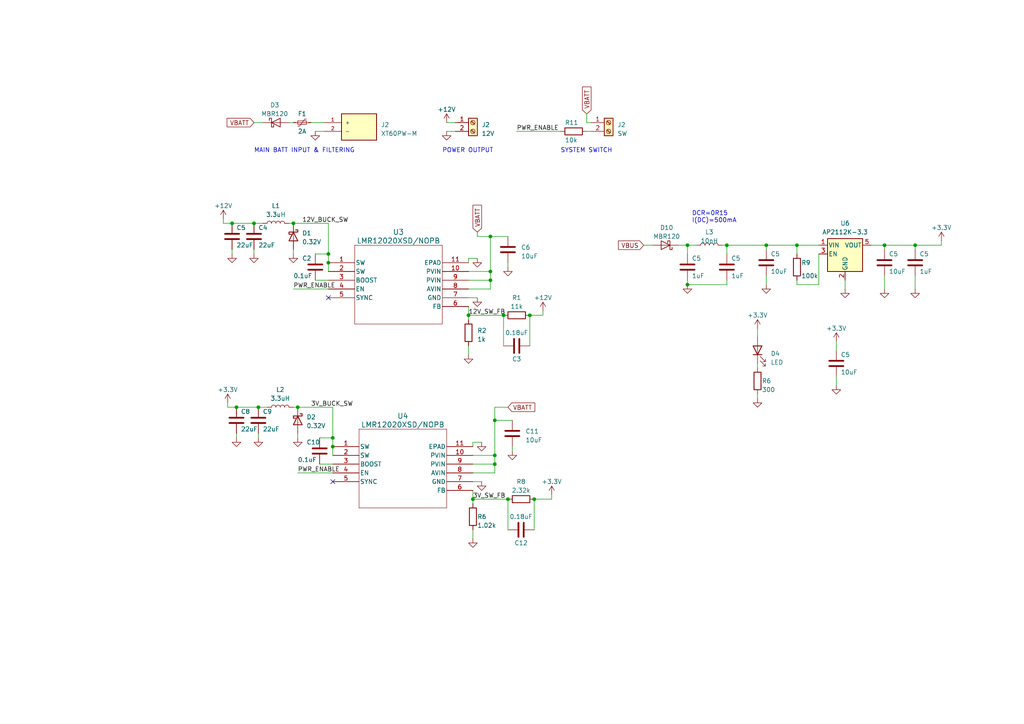
<source format=kicad_sch>
(kicad_sch (version 20230121) (generator eeschema)
  (paper "A4")
  (lib_symbols
    (symbol "2023-05-22_21-04-05:LMR12020XSD_NOPB" (pin_names (offset 0.254))
      (property "Reference" "U" (at 20.32 10.16 0))
      (property "Value" "LMR12020XSD/NOPB" (at 20.32 7.62 0))
      (symbol "LMR12020XSD_NOPB_0_1"
        (polyline (pts (xy 7.62 -17.78) (xy 33.02 -17.78)) (stroke (width 0.127)))
        (polyline (pts (xy 7.62 5.08) (xy 7.62 -17.78)) (stroke (width 0.127)))
        (polyline (pts (xy 33.02 -17.78) (xy 33.02 5.08)) (stroke (width 0.127)))
        (polyline (pts (xy 33.02 5.08) (xy 7.62 5.08)) (stroke (width 0.127)))
        (pin output line (at 0 0 0) (length 7.62) (name "SW") (number "1"))
        (pin input line (at 40.64 -2.54 180) (length 7.62) (name "PVIN") (number "10"))
        (pin unspecified line (at 40.64 0 180) (length 7.62) (name "EPAD") (number "11"))
        (pin output line (at 0 -2.54 0) (length 7.62) (name "SW") (number "2"))
        (pin unspecified line (at 0 -5.08 0) (length 7.62) (name "BOOST") (number "3"))
        (pin input line (at 0 -7.62 0) (length 7.62) (name "EN") (number "4"))
        (pin input line (at 0 -10.16 0) (length 7.62) (name "SYNC") (number "5"))
        (pin output line (at 40.64 -12.7 180) (length 7.62) (name "FB") (number "6"))
        (pin power_in line (at 40.64 -10.16 180) (length 7.62) (name "GND") (number "7"))
        (pin input line (at 40.64 -7.62 180) (length 7.62) (name "AVIN") (number "8"))
        (pin input line (at 40.64 -5.08 180) (length 7.62) (name "PVIN") (number "9"))
      )
    )
    (symbol "Connector:Screw_Terminal_01x02" (pin_names (offset 1.016) hide)
      (property "Reference" "J" (at 0 2.54 0))
      (property "Value" "Screw_Terminal_01x02" (at 0 -5.08 0))
      (symbol "Screw_Terminal_01x02_1_1"
        (rectangle (start -1.27 1.27) (end 1.27 -3.81) (stroke (width 0.254)) (fill (type background)))
        (circle (center 0 -2.54) (radius 0.635) (stroke (width 0.1524)))
        (polyline (pts (xy -0.5334 -2.2098) (xy 0.3302 -3.048)) (stroke (width 0.1524)))
        (polyline (pts (xy -0.5334 0.3302) (xy 0.3302 -0.508)) (stroke (width 0.1524)))
        (polyline (pts (xy -0.3556 -2.032) (xy 0.508 -2.8702)) (stroke (width 0.1524)))
        (polyline (pts (xy -0.3556 0.508) (xy 0.508 -0.3302)) (stroke (width 0.1524)))
        (circle (center 0 0) (radius 0.635) (stroke (width 0.1524)))
        (pin passive line (at -5.08 0 0) (length 3.81) (name "Pin_1") (number "1"))
        (pin passive line (at -5.08 -2.54 0) (length 3.81) (name "Pin_2") (number "2"))
      )
    )
    (symbol "Device:C" (pin_numbers hide) (pin_names (offset 0.254))
      (property "Reference" "C" (at 0.635 2.54 0))
      (property "Value" "C" (at 0.635 -2.54 0))
      (symbol "C_0_1"
        (polyline (pts (xy -2.032 -0.762) (xy 2.032 -0.762)) (stroke (width 0.508)))
        (polyline (pts (xy -2.032 0.762) (xy 2.032 0.762)) (stroke (width 0.508)))
      )
      (symbol "C_1_1"
        (pin passive line (at 0 3.81 270) (length 2.794) (name "~") (number "1"))
        (pin passive line (at 0 -3.81 90) (length 2.794) (name "~") (number "2"))
      )
    )
    (symbol "Device:D_Schottky" (pin_numbers hide) (pin_names (offset 1.016) hide)
      (property "Reference" "D" (at 0 2.54 0))
      (property "Value" "D_Schottky" (at 0 -2.54 0))
      (symbol "D_Schottky_0_1"
        (polyline (pts (xy 1.27 0) (xy -1.27 0)))
        (polyline (pts (xy 1.27 1.27) (xy 1.27 -1.27) (xy -1.27 0) (xy 1.27 1.27)) (stroke (width 0.254)))
        (polyline (pts (xy -1.905 0.635) (xy -1.905 1.27) (xy -1.27 1.27) (xy -1.27 -1.27) (xy -0.635 -1.27) (xy -0.635 -0.635)) (stroke (width 0.254)))
      )
      (symbol "D_Schottky_1_1"
        (pin passive line (at -3.81 0 0) (length 2.54) (name "K") (number "1"))
        (pin passive line (at 3.81 0 180) (length 2.54) (name "A") (number "2"))
      )
    )
    (symbol "Device:L" (pin_numbers hide) (pin_names (offset 1.016) hide)
      (property "Reference" "L" (at -1.27 0 90))
      (property "Value" "L" (at 1.905 0 90))
      (symbol "L_0_1"
        (arc (start 0 -2.54) (mid 0.6323 -1.905) (end 0 -1.27))
        (arc (start 0 -1.27) (mid 0.6323 -0.635) (end 0 0))
        (arc (start 0 0) (mid 0.6323 0.635) (end 0 1.27))
        (arc (start 0 1.27) (mid 0.6323 1.905) (end 0 2.54))
      )
      (symbol "L_1_1"
        (pin passive line (at 0 3.81 270) (length 1.27) (name "1") (number "1"))
        (pin passive line (at 0 -3.81 90) (length 1.27) (name "2") (number "2"))
      )
    )
    (symbol "Device:LED" (pin_numbers hide) (pin_names (offset 1.016) hide)
      (property "Reference" "D" (at 0 2.54 0))
      (property "Value" "LED" (at 0 -2.54 0))
      (symbol "LED_0_1"
        (polyline (pts (xy -1.27 -1.27) (xy -1.27 1.27)) (stroke (width 0.254)))
        (polyline (pts (xy -1.27 0) (xy 1.27 0)))
        (polyline (pts (xy 1.27 -1.27) (xy 1.27 1.27) (xy -1.27 0) (xy 1.27 -1.27)) (stroke (width 0.254)))
        (polyline (pts (xy -3.048 -0.762) (xy -4.572 -2.286) (xy -3.81 -2.286) (xy -4.572 -2.286) (xy -4.572 -1.524)))
        (polyline (pts (xy -1.778 -0.762) (xy -3.302 -2.286) (xy -2.54 -2.286) (xy -3.302 -2.286) (xy -3.302 -1.524)))
      )
      (symbol "LED_1_1"
        (pin passive line (at -3.81 0 0) (length 2.54) (name "K") (number "1"))
        (pin passive line (at 3.81 0 180) (length 2.54) (name "A") (number "2"))
      )
    )
    (symbol "Device:Polyfuse_Small" (pin_numbers hide) (pin_names (offset 0))
      (property "Reference" "F" (at -1.905 0 90))
      (property "Value" "Polyfuse_Small" (at 1.905 0 90))
      (symbol "Polyfuse_Small_0_1"
        (rectangle (start -0.508 1.27) (end 0.508 -1.27))
        (polyline (pts (xy 0 2.54) (xy 0 -2.54)))
        (polyline (pts (xy -1.016 1.27) (xy -1.016 0.762) (xy 1.016 -0.762) (xy 1.016 -1.27)))
      )
      (symbol "Polyfuse_Small_1_1"
        (pin passive line (at 0 2.54 270) (length 0.635) (name "~") (number "1"))
        (pin passive line (at 0 -2.54 90) (length 0.635) (name "~") (number "2"))
      )
    )
    (symbol "Device:R" (pin_numbers hide) (pin_names (offset 0))
      (property "Reference" "R" (at 2.032 0 90))
      (property "Value" "R" (at 0 0 90))
      (symbol "R_0_1"
        (rectangle (start -1.016 -2.54) (end 1.016 2.54) (stroke (width 0.254)))
      )
      (symbol "R_1_1"
        (pin passive line (at 0 3.81 270) (length 1.27) (name "~") (number "1"))
        (pin passive line (at 0 -3.81 90) (length 1.27) (name "~") (number "2"))
      )
    )
    (symbol "Diode:MBR1020VL" (pin_numbers hide) (pin_names hide)
      (property "Reference" "D" (at 0 2.54 0))
      (property "Value" "MBR1020VL" (at 0 -2.54 0))
      (symbol "MBR1020VL_0_1"
        (polyline (pts (xy 1.27 0) (xy -1.27 0)))
        (polyline (pts (xy 1.27 1.27) (xy 1.27 -1.27) (xy -1.27 0) (xy 1.27 1.27)) (stroke (width 0.2032)))
        (polyline (pts (xy -1.905 0.635) (xy -1.905 1.27) (xy -1.27 1.27) (xy -1.27 -1.27) (xy -0.635 -1.27) (xy -0.635 -0.635)) (stroke (width 0.2032)))
      )
      (symbol "MBR1020VL_1_1"
        (pin passive line (at -3.81 0 0) (length 2.54) (name "K") (number "1"))
        (pin passive line (at 3.81 0 180) (length 2.54) (name "A") (number "2"))
      )
    )
    (symbol "Regulator_Linear:AP2112K-3.3" (pin_names (offset 0.254))
      (property "Reference" "U" (at -5.08 5.715 0))
      (property "Value" "AP2112K-3.3" (at 0 5.715 0))
      (symbol "AP2112K-3.3_0_1"
        (rectangle (start -5.08 4.445) (end 5.08 -5.08) (stroke (width 0.254)) (fill (type background)))
      )
      (symbol "AP2112K-3.3_1_1"
        (pin power_in line (at -7.62 2.54 0) (length 2.54) (name "VIN") (number "1"))
        (pin power_in line (at 0 -7.62 90) (length 2.54) (name "GND") (number "2"))
        (pin input line (at -7.62 0 0) (length 2.54) (name "EN") (number "3"))
        (pin no_connect line (at 5.08 0 180) (length 2.54) hide (name "NC") (number "4"))
        (pin power_out line (at 7.62 2.54 180) (length 2.54) (name "VOUT") (number "5"))
      )
    )
    (symbol "XT60PW-M:XT60PW-M" (pin_names (offset 1.016))
      (property "Reference" "J" (at -5.08 5.7234 0))
      (property "Value" "XT60PW-M" (at -5.08 -5.0923 0))
      (symbol "XT60PW-M_0_0"
        (rectangle (start -5.08 -2.54) (end 5.08 5.08) (stroke (width 0.254)) (fill (type background)))
        (pin passive line (at -10.16 2.54 0) (length 5.08) (name "+") (number "1"))
        (pin passive line (at -10.16 0 0) (length 5.08) (name "-") (number "2"))
      )
    )
    (symbol "power:+12V" (power) (pin_names (offset 0))
      (property "Value" "+12V" (at 0 3.556 0))
      (symbol "+12V_0_1"
        (polyline (pts (xy -0.762 1.27) (xy 0 2.54)))
        (polyline (pts (xy 0 0) (xy 0 2.54)))
        (polyline (pts (xy 0 2.54) (xy 0.762 1.27)))
      )
      (symbol "+12V_1_1"
        (pin power_in line (at 0 0 90) (length 0) hide (name "+12V") (number "1"))
      )
    )
    (symbol "power:+3.3V" (power) (pin_names (offset 0))
      (property "Value" "+3.3V" (at 0 3.556 0))
      (symbol "+3.3V_0_1"
        (polyline (pts (xy -0.762 1.27) (xy 0 2.54)))
        (polyline (pts (xy 0 0) (xy 0 2.54)))
        (polyline (pts (xy 0 2.54) (xy 0.762 1.27)))
      )
      (symbol "+3.3V_1_1"
        (pin power_in line (at 0 0 90) (length 0) hide (name "+3.3V") (number "1"))
      )
    )
    (symbol "power:GND" (power) (pin_names (offset 0))
      (property "Value" "GND" (at 0 -3.81 0))
      (symbol "GND_0_1"
        (polyline (pts (xy 0 0) (xy 0 -1.27) (xy 1.27 -1.27) (xy 0 -2.54) (xy -1.27 -1.27) (xy 0 -1.27)))
      )
      (symbol "GND_1_1"
        (pin power_in line (at 0 0 270) (length 0) hide (name "GND") (number "1"))
      )
    )
  )
  (junction (at 142.24 68.58))
  (junction (at 199.39 82.55))
  (junction (at 199.39 71.12))
  (junction (at 153.67 91.44))
  (junction (at 231.14 71.12))
  (junction (at 265.43 71.12))
  (junction (at 73.66 64.77))
  (junction (at 85.09 64.77))
  (junction (at 74.93 118.11))
  (junction (at 147.32 144.78))
  (junction (at 154.94 144.78))
  (junction (at 143.51 121.92))
  (junction (at 142.24 81.28))
  (junction (at 67.31 64.77))
  (junction (at 95.25 76.2))
  (junction (at 135.89 91.44))
  (junction (at 256.54 71.12))
  (junction (at 143.51 134.62))
  (junction (at 96.52 129.54))
  (junction (at 95.25 73.66))
  (junction (at 146.05 91.44))
  (junction (at 210.82 71.12))
  (junction (at 142.24 78.74))
  (junction (at 222.25 71.12))
  (junction (at 143.51 132.08))
  (junction (at 86.36 118.11))
  (junction (at 137.16 144.78))
  (junction (at 68.58 118.11))
  (junction (at 96.52 127))
  (no_connect (at 95.25 86.36))
  (no_connect (at 96.52 139.7))
  (wire (pts (xy 142.24 83.82) (xy 142.24 81.28)))
  (wire (pts (xy 135.89 88.9) (xy 135.89 91.44)))
  (wire (pts (xy 160.02 143.51) (xy 160.02 144.78)))
  (wire (pts (xy 143.51 132.08) (xy 143.51 134.62)))
  (wire (pts (xy 154.94 144.78) (xy 160.02 144.78)))
  (wire (pts (xy 86.36 137.16) (xy 96.52 137.16)))
  (wire (pts (xy 92.71 134.62) (xy 96.52 134.62)))
  (wire (pts (xy 85.09 64.77) (xy 95.25 64.77)))
  (wire (pts (xy 85.09 72.39) (xy 85.09 73.66)))
  (wire (pts (xy 219.71 105.41) (xy 219.71 106.68)))
  (wire (pts (xy 92.71 127) (xy 96.52 127)))
  (wire (pts (xy 219.71 114.3) (xy 219.71 115.57)))
  (wire (pts (xy 91.44 81.28) (xy 95.25 81.28)))
  (wire (pts (xy 135.89 83.82) (xy 142.24 83.82)))
  (wire (pts (xy 67.31 64.77) (xy 73.66 64.77)))
  (wire (pts (xy 85.09 118.11) (xy 86.36 118.11)))
  (wire (pts (xy 209.55 71.12) (xy 210.82 71.12)))
  (wire (pts (xy 146.05 100.33) (xy 146.05 91.44)))
  (wire (pts (xy 64.77 64.77) (xy 64.77 63.5)))
  (wire (pts (xy 74.93 125.73) (xy 74.93 127)))
  (wire (pts (xy 199.39 71.12) (xy 199.39 73.66)))
  (wire (pts (xy 245.11 81.28) (xy 245.11 83.82)))
  (wire (pts (xy 256.54 71.12) (xy 265.43 71.12)))
  (wire (pts (xy 135.89 100.33) (xy 135.89 102.87)))
  (wire (pts (xy 242.57 109.22) (xy 242.57 111.76)))
  (wire (pts (xy 210.82 71.12) (xy 222.25 71.12)))
  (wire (pts (xy 256.54 71.12) (xy 256.54 72.39)))
  (wire (pts (xy 210.82 71.12) (xy 210.82 73.66)))
  (wire (pts (xy 199.39 81.28) (xy 199.39 82.55)))
  (wire (pts (xy 135.89 91.44) (xy 135.89 92.71)))
  (wire (pts (xy 143.51 137.16) (xy 143.51 134.62)))
  (wire (pts (xy 222.25 71.12) (xy 231.14 71.12)))
  (wire (pts (xy 142.24 68.58) (xy 138.43 68.58)))
  (wire (pts (xy 68.58 118.11) (xy 66.04 118.11)))
  (wire (pts (xy 142.24 78.74) (xy 142.24 81.28)))
  (wire (pts (xy 210.82 81.28) (xy 210.82 82.55)))
  (wire (pts (xy 66.04 118.11) (xy 66.04 116.84)))
  (wire (pts (xy 137.16 142.24) (xy 137.16 144.78)))
  (wire (pts (xy 86.36 118.11) (xy 96.52 118.11)))
  (wire (pts (xy 157.48 91.44) (xy 157.48 90.17)))
  (wire (pts (xy 265.43 80.01) (xy 265.43 83.82)))
  (wire (pts (xy 67.31 72.39) (xy 67.31 73.66)))
  (wire (pts (xy 74.93 118.11) (xy 77.47 118.11)))
  (wire (pts (xy 265.43 71.12) (xy 273.05 71.12)))
  (wire (pts (xy 96.52 127) (xy 96.52 118.11)))
  (wire (pts (xy 147.32 76.2) (xy 147.32 77.47)))
  (wire (pts (xy 135.89 78.74) (xy 142.24 78.74)))
  (wire (pts (xy 67.31 64.77) (xy 64.77 64.77)))
  (wire (pts (xy 85.09 83.82) (xy 95.25 83.82)))
  (wire (pts (xy 95.25 76.2) (xy 95.25 73.66)))
  (wire (pts (xy 135.89 81.28) (xy 142.24 81.28)))
  (wire (pts (xy 68.58 125.73) (xy 68.58 127)))
  (wire (pts (xy 86.36 125.73) (xy 86.36 127)))
  (wire (pts (xy 73.66 64.77) (xy 76.2 64.77)))
  (wire (pts (xy 95.25 76.2) (xy 95.25 78.74)))
  (wire (pts (xy 90.17 35.56) (xy 93.98 35.56)))
  (wire (pts (xy 138.43 74.93) (xy 135.89 74.93)))
  (wire (pts (xy 170.18 33.02) (xy 170.18 35.56)))
  (wire (pts (xy 135.89 74.93) (xy 135.89 76.2)))
  (wire (pts (xy 96.52 129.54) (xy 96.52 127)))
  (wire (pts (xy 237.49 82.55) (xy 231.14 82.55)))
  (wire (pts (xy 252.73 71.12) (xy 256.54 71.12)))
  (wire (pts (xy 137.16 132.08) (xy 143.51 132.08)))
  (wire (pts (xy 129.54 38.1) (xy 132.08 38.1)))
  (wire (pts (xy 137.16 134.62) (xy 143.51 134.62)))
  (wire (pts (xy 231.14 71.12) (xy 231.14 73.66)))
  (wire (pts (xy 147.32 153.67) (xy 147.32 144.78)))
  (wire (pts (xy 91.44 73.66) (xy 95.25 73.66)))
  (wire (pts (xy 256.54 80.01) (xy 256.54 83.82)))
  (wire (pts (xy 219.71 95.25) (xy 219.71 97.79)))
  (wire (pts (xy 137.16 153.67) (xy 137.16 156.21)))
  (wire (pts (xy 222.25 71.12) (xy 222.25 72.39)))
  (wire (pts (xy 137.16 144.78) (xy 147.32 144.78)))
  (wire (pts (xy 96.52 129.54) (xy 96.52 132.08)))
  (wire (pts (xy 147.32 68.58) (xy 142.24 68.58)))
  (wire (pts (xy 137.16 139.7) (xy 139.7 139.7)))
  (wire (pts (xy 137.16 128.27) (xy 137.16 129.54)))
  (wire (pts (xy 83.82 64.77) (xy 85.09 64.77)))
  (wire (pts (xy 139.7 128.27) (xy 137.16 128.27)))
  (wire (pts (xy 231.14 82.55) (xy 231.14 81.28)))
  (wire (pts (xy 73.66 35.56) (xy 76.2 35.56)))
  (wire (pts (xy 170.18 35.56) (xy 171.45 35.56)))
  (wire (pts (xy 222.25 80.01) (xy 222.25 82.55)))
  (wire (pts (xy 137.16 144.78) (xy 137.16 146.05)))
  (wire (pts (xy 170.18 38.1) (xy 171.45 38.1)))
  (wire (pts (xy 143.51 121.92) (xy 143.51 132.08)))
  (wire (pts (xy 137.16 137.16) (xy 143.51 137.16)))
  (wire (pts (xy 129.54 35.56) (xy 132.08 35.56)))
  (wire (pts (xy 153.67 91.44) (xy 157.48 91.44)))
  (wire (pts (xy 138.43 68.58) (xy 138.43 67.31)))
  (wire (pts (xy 91.44 38.1) (xy 93.98 38.1)))
  (wire (pts (xy 147.32 118.11) (xy 143.51 118.11)))
  (wire (pts (xy 135.89 86.36) (xy 138.43 86.36)))
  (wire (pts (xy 153.67 91.44) (xy 153.67 100.33)))
  (wire (pts (xy 210.82 82.55) (xy 199.39 82.55)))
  (wire (pts (xy 149.86 38.1) (xy 162.56 38.1)))
  (wire (pts (xy 231.14 71.12) (xy 237.49 71.12)))
  (wire (pts (xy 95.25 73.66) (xy 95.25 64.77)))
  (wire (pts (xy 83.82 35.56) (xy 85.09 35.56)))
  (wire (pts (xy 273.05 69.85) (xy 273.05 71.12)))
  (wire (pts (xy 148.59 129.54) (xy 148.59 130.81)))
  (wire (pts (xy 265.43 71.12) (xy 265.43 72.39)))
  (wire (pts (xy 73.66 72.39) (xy 73.66 73.66)))
  (wire (pts (xy 154.94 144.78) (xy 154.94 153.67)))
  (wire (pts (xy 142.24 68.58) (xy 142.24 78.74)))
  (wire (pts (xy 196.85 71.12) (xy 199.39 71.12)))
  (wire (pts (xy 68.58 118.11) (xy 74.93 118.11)))
  (wire (pts (xy 199.39 71.12) (xy 201.93 71.12)))
  (wire (pts (xy 242.57 99.06) (xy 242.57 101.6)))
  (wire (pts (xy 237.49 73.66) (xy 237.49 82.55)))
  (wire (pts (xy 143.51 118.11) (xy 143.51 121.92)))
  (wire (pts (xy 143.51 121.92) (xy 148.59 121.92)))
  (wire (pts (xy 186.69 71.12) (xy 189.23 71.12)))
  (wire (pts (xy 135.89 91.44) (xy 146.05 91.44)))
  (text "SYSTEM SWITCH" (at 162.56 44.45 0) (effects (font (size 1.27 1.27)) (justify left bottom)))
  (text "MAIN BATT INPUT & FILTERING" (at 73.66 44.45 0) (effects (font (size 1.27 1.27)) (justify left bottom)))
  (text "POWER OUTPUT" (at 128.27 44.45 0) (effects (font (size 1.27 1.27)) (justify left bottom)))
  (text "DCR=0R15\nI(DC)=500mA" (at 200.66 64.77 0) (effects (font (size 1.27 1.27)) (justify left bottom)))
  (label "PWR_ENABLE" (at 86.36 137.16 0))
  (label "PWR_ENABLE" (at 149.86 38.1 0))
  (label "12V_BUCK_SW" (at 87.63 64.77 0))
  (label "3V_SW_FB" (at 137.16 144.78 0))
  (label "3V_BUCK_SW" (at 90.17 118.11 0))
  (label "PWR_ENABLE" (at 85.09 83.82 0))
  (label "12V_SW_FB" (at 135.89 91.44 0))
  (global_label "VBATT" (shape input) (at 73.66 35.56 180) (property "Intersheetrefs" "${INTERSHEET_REFS}" (effects hide)))
  (global_label "VBATT" (shape input) (at 147.32 118.11 0) (property "Intersheetrefs" "${INTERSHEET_REFS}" (effects hide)))
  (global_label "VBATT" (shape input) (at 138.43 67.31 90) (property "Intersheetrefs" "${INTERSHEET_REFS}" (effects hide)))
  (global_label "VBUS" (shape input) (at 186.69 71.12 180) (property "Intersheetrefs" "${INTERSHEET_REFS}" (effects hide)))
  (global_label "VBATT" (shape input) (at 170.18 33.02 90) (property "Intersheetrefs" "${INTERSHEET_REFS}" (effects hide)))
  (symbol (lib_id "Device:C") (at 73.66 68.58 0) (unit 1)
    (property "Reference" "C4" (at 74.93 66.04 0) (effects (justify left)))
    (property "Value" "22uF" (at 74.93 71.12 0) (effects (justify left)))
    (property "Footprint" "Capacitor_SMD:C_1206_3216Metric" (effects hide))
    (property "Part" "GRM32ER71C226KE18L" (effects hide))
  )
  (symbol (lib_id "power:GND") (at 67.31 73.66 0) (unit 1)
    (property "Reference" "#PWR07" (effects hide))
    (property "Value" "GND" (effects hide))
    (instances (project "controller" (path "" (reference "#PWR07") (unit 1)) (path "" (reference "#PWR05") (unit 1))))
  )
  (symbol (lib_id "XT60PW-M:XT60PW-M") (at 104.14 38.1 0) (unit 1)
    (property "Reference" "J2" (at 110.49 36.195 0) (effects (justify left)))
    (property "Value" "XT60PW-M" (at 110.49 38.735 0) (effects (justify left)))
    (property "Footprint" "footprints:AMASS_XT60PW-M" (effects hide))
    (property "PARTREV" "V1.2" (effects hide))
    (property "MANUFACTURER" "AMASS" (effects hide))
    (property "MAXIMUM_PACKAGE_HEIGHT" "8.4 mm" (effects hide))
    (property "STANDARD" "Manufacturer recommendations" (effects hide))
  )
  (symbol (lib_id "Device:C") (at 210.82 77.47 0) (unit 1)
    (property "Reference" "C5" (at 212.09 74.93 0) (effects (justify left)))
    (property "Value" "1uF" (at 212.09 80.01 0) (effects (justify left)))
    (property "Footprint" "Capacitor_SMD:C_0805_2012Metric" (effects hide))
    (property "Part" "GRM32ER71C226KE18L" (effects hide))
    (instances (project "controller" (path "" (reference "C5") (unit 1)) (path "" (reference "C15") (unit 1))))
  )
  (symbol (lib_id "Diode:MBR1020VL") (at 193.04 71.12 180) (unit 1)
    (property "Reference" "D10" (at 193.3575 66.04 0))
    (property "Value" "MBR120" (at 193.3575 68.58 0))
    (property "Footprint" "Diode_SMD:D_SOD-123F" (effects hide))
    (property "Datasheet" "https://www.onsemi.com/pub/Collateral/MBR1020VL-D.PDF" (effects hide))
  )
  (symbol (lib_id "power:+3.3V") (at 273.05 69.85 0) (unit 1)
    (property "Reference" "#PWR041" (effects hide))
    (property "Value" "+3.3V" (at 273.05 66.04 0))
  )
  (symbol (lib_id "Device:C") (at 68.58 121.92 0) (unit 1)
    (property "Reference" "C8" (at 69.85 119.38 0) (effects (justify left)))
    (property "Value" "22uF" (at 69.85 124.46 0) (effects (justify left)))
    (property "Footprint" "Capacitor_SMD:C_1206_3216Metric" (effects hide))
    (property "Part" "GRM32ER71C226KE18L" (effects hide))
    (instances (project "controller" (path "" (reference "C8") (unit 1)) (path "" (reference "C3") (unit 1))))
  )
  (symbol (lib_id "Device:R") (at 166.37 38.1 270) (unit 1)
    (property "Reference" "R11" (at 163.83 35.56 90) (effects (justify left)))
    (property "Value" "10k" (at 163.83 40.64 90) (effects (justify left)))
    (property "Footprint" "Resistor_SMD:R_0402_1005Metric" (effects hide))
  )
  (symbol (lib_id "Device:D_Schottky") (at 85.09 68.58 270) (unit 1)
    (property "Reference" "D1" (at 87.63 67.6275 90) (effects (justify left)))
    (property "Value" "0.32V" (at 87.63 70.1675 90) (effects (justify left)))
    (property "Footprint" "Diode_SMD:D_SOD-923" (effects hide))
    (property "Part" "C131731" (effects hide))
  )
  (symbol (lib_id "power:GND") (at 245.11 83.82 0) (unit 1)
    (property "Reference" "#PWR024" (effects hide))
    (property "Value" "GND" (effects hide))
    (instances (project "controller" (path "" (reference "#PWR024") (unit 1)) (path "" (reference "#PWR043") (unit 1))))
  )
  (symbol (lib_id "power:GND") (at 139.7 139.7 0) (unit 1)
    (property "Reference" "#PWR033" (effects hide))
    (property "Value" "GND" (effects hide))
    (instances (project "controller" (path "" (reference "#PWR033") (unit 1)) (path "" (reference "#PWR028") (unit 1))))
  )
  (symbol (lib_id "Device:C") (at 265.43 76.2 0) (unit 1)
    (property "Reference" "C5" (at 266.7 73.66 0) (effects (justify left)))
    (property "Value" "1uF" (at 266.7 78.74 0) (effects (justify left)))
    (property "Footprint" "Capacitor_SMD:C_0805_2012Metric" (effects hide))
    (property "Part" "GRM32ER71C226KE18L" (effects hide))
    (instances (project "controller" (path "" (reference "C5") (unit 1)) (path "" (reference "C18") (unit 1))))
  )
  (symbol (lib_id "Device:LED") (at 219.71 101.6 90) (unit 1)
    (property "Reference" "D4" (at 223.52 102.5525 90) (effects (justify right)))
    (property "Value" "LED" (at 223.52 105.0925 90) (effects (justify right)))
    (property "Footprint" "LED_SMD:LED_0603_1608Metric" (effects hide))
  )
  (symbol (lib_id "2023-05-22_21-04-05:LMR12020XSD_NOPB") (at 95.25 76.2 0) (unit 1)
    (property "Reference" "U3" (at 115.57 67.31 0) (effects (font (size 1.524 1.524))))
    (property "Value" "LMR12020XSD/NOPB" (at 115.57 69.85 0) (effects (font (size 1.524 1.524))))
    (property "Footprint" "footprints:DSC_10_TEX" (effects hide))
    (property "Datasheet" "LMR12020XSD/NOPB" (effects hide))
  )
  (symbol (lib_id "power:GND") (at 256.54 83.82 0) (unit 1)
    (property "Reference" "#PWR024" (effects hide))
    (property "Value" "GND" (effects hide))
    (instances (project "controller" (path "" (reference "#PWR024") (unit 1)) (path "" (reference "#PWR044") (unit 1))))
  )
  (symbol (lib_id "Device:L") (at 80.01 64.77 90) (unit 1)
    (property "Reference" "L1" (at 80.01 59.69 90))
    (property "Value" "3.3uH" (at 80.01 62.23 90))
    (property "Footprint" "Inductor_SMD:L_Bourns_SRP7028A_7.3x6.6mm" (effects hide))
    (property "Part" "C237920" (effects hide))
  )
  (symbol (lib_id "Device:Polyfuse_Small") (at 87.63 35.56 90) (unit 1)
    (property "Reference" "F1" (at 87.63 33.02 90))
    (property "Value" "2A" (at 87.63 38.1 90))
    (property "Footprint" "Fuse:Fuse_1206_3216Metric" (effects hide))
    (property "Part" "C140477" (effects hide))
  )
  (symbol (lib_id "power:+3.3V") (at 242.57 99.06 0) (unit 1)
    (property "Reference" "#PWR038" (effects hide))
    (property "Value" "+3.3V" (at 242.57 95.25 0))
  )
  (symbol (lib_id "Device:C") (at 242.57 105.41 0) (unit 1)
    (property "Reference" "C5" (at 243.84 102.87 0) (effects (justify left)))
    (property "Value" "10uF" (at 243.84 107.95 0) (effects (justify left)))
    (property "Footprint" "Capacitor_SMD:C_0603_1608Metric" (effects hide))
    (property "Part" "GRM32ER71C226KE18L" (effects hide))
    (instances (project "controller" (path "" (reference "C5") (unit 1)) (path "" (reference "C19") (unit 1))))
  )
  (symbol (lib_id "Device:L") (at 205.74 71.12 90) (unit 1)
    (property "Reference" "L3" (at 205.74 67.31 90))
    (property "Value" "10nH" (at 205.74 69.85 90))
    (property "Footprint" "Inductor_SMD:L_0402_1005Metric" (effects hide))
    (property "Part" "C382409" (effects hide))
  )
  (symbol (lib_id "Device:C") (at 222.25 76.2 0) (unit 1)
    (property "Reference" "C5" (at 223.52 73.66 0) (effects (justify left)))
    (property "Value" "10uF" (at 223.52 78.74 0) (effects (justify left)))
    (property "Footprint" "Capacitor_SMD:C_0805_2012Metric" (effects hide))
    (property "Part" "GRM32ER71C226KE18L" (effects hide))
    (instances (project "controller" (path "" (reference "C5") (unit 1)) (path "" (reference "C16") (unit 1))))
  )
  (symbol (lib_id "power:GND") (at 222.25 82.55 0) (unit 1)
    (property "Reference" "#PWR024" (effects hide))
    (property "Value" "GND" (effects hide))
    (instances (project "controller" (path "" (reference "#PWR024") (unit 1)) (path "" (reference "#PWR042") (unit 1))))
  )
  (symbol (lib_id "Device:C") (at 91.44 77.47 0) (unit 1)
    (property "Reference" "C2" (at 87.63 74.93 0) (effects (justify left)))
    (property "Value" "0.1uF" (at 85.09 80.01 0) (effects (justify left)))
    (property "Footprint" "Capacitor_SMD:C_1206_3216Metric" (effects hide))
    (instances (project "controller" (path "" (reference "C2") (unit 1)) (path "" (reference "C6") (unit 1))))
  )
  (symbol (lib_id "power:GND") (at 138.43 74.93 0) (unit 1)
    (property "Reference" "#PWR011" (effects hide))
    (property "Value" "GND" (effects hide))
    (instances (project "controller" (path "" (reference "#PWR011") (unit 1)) (path "" (reference "#PWR023") (unit 1))))
  )
  (symbol (lib_id "power:+3.3V") (at 219.71 95.25 0) (unit 1)
    (property "Reference" "#PWR051" (effects hide))
    (property "Value" "+3.3V" (at 219.71 91.44 0))
  )
  (symbol (lib_id "power:+3.3V") (at 160.02 143.51 0) (unit 1)
    (property "Reference" "#PWR035" (effects hide))
    (property "Value" "+3.3V" (at 160.02 139.7 0))
    (instances (project "controller" (path "" (reference "#PWR035") (unit 1)) (path "" (reference "#PWR032") (unit 1))))
  )
  (symbol (lib_id "Connector:Screw_Terminal_01x02") (at 137.16 35.56 0) (unit 1)
    (property "Reference" "J2" (at 139.7 36.195 0) (effects (justify left)))
    (property "Value" "12V" (at 139.7 38.735 0) (effects (justify left)))
    (property "Footprint" "TerminalBlock_MetzConnect:TerminalBlock_MetzConnect_Type086_RT03402HBLC_1x02_P3.81mm_Horizontal" (effects hide))
    (property "Part" "C2840323" (effects hide))
    (instances (project "controller" (path "" (reference "J2") (unit 1)) (path "" (reference "J3") (unit 1))))
  )
  (symbol (lib_id "Device:C") (at 74.93 121.92 0) (unit 1)
    (property "Reference" "C9" (at 76.2 119.38 0) (effects (justify left)))
    (property "Value" "22uF" (at 76.2 124.46 0) (effects (justify left)))
    (property "Footprint" "Capacitor_SMD:C_1206_3216Metric" (effects hide))
    (property "Part" "GRM32ER71C226KE18L" (effects hide))
    (instances (project "controller" (path "" (reference "C9") (unit 1)) (path "" (reference "C5") (unit 1))))
  )
  (symbol (lib_id "Connector:Screw_Terminal_01x02") (at 176.53 35.56 0) (unit 1)
    (property "Reference" "J2" (at 179.07 36.195 0) (effects (justify left)))
    (property "Value" "SW" (at 179.07 38.735 0) (effects (justify left)))
    (property "Footprint" "TerminalBlock_MetzConnect:TerminalBlock_MetzConnect_Type086_RT03402HBLC_1x02_P3.81mm_Horizontal" (effects hide))
    (property "Part" "C2840323" (effects hide))
    (instances (project "controller" (path "" (reference "J2") (unit 1)) (path "" (reference "J6") (unit 1))))
  )
  (symbol (lib_id "Device:C") (at 148.59 125.73 0) (unit 1)
    (property "Reference" "C11" (at 152.4 125.095 0) (effects (justify left)))
    (property "Value" "10uF" (at 152.4 127.635 0) (effects (justify left)))
    (property "Footprint" "Capacitor_SMD:C_1206_3216Metric" (effects hide))
    (property "Field5" "C1210C106K8PACTU" (effects hide))
  )
  (symbol (lib_id "power:GND") (at 147.32 77.47 0) (unit 1)
    (property "Reference" "#PWR05" (effects hide))
    (property "Value" "GND" (effects hide))
    (instances (project "controller" (path "" (reference "#PWR05") (unit 1)) (path "" (reference "#PWR029") (unit 1))))
  )
  (symbol (lib_id "power:GND") (at 199.39 82.55 0) (unit 1)
    (property "Reference" "#PWR024" (effects hide))
    (property "Value" "GND" (effects hide))
    (instances (project "controller" (path "" (reference "#PWR024") (unit 1)) (path "" (reference "#PWR040") (unit 1))))
  )
  (symbol (lib_id "Device:R") (at 151.13 144.78 90) (unit 1)
    (property "Reference" "R8" (at 151.13 139.7 90))
    (property "Value" "2.32k" (at 151.13 142.24 90))
    (property "Footprint" "Resistor_SMD:R_0603_1608Metric" (effects hide))
  )
  (symbol (lib_id "Device:C") (at 149.86 100.33 90) (unit 1)
    (property "Reference" "C3" (at 149.86 104.14 90))
    (property "Value" "0.18uF" (at 149.86 96.52 90))
    (property "Footprint" "Capacitor_SMD:C_1206_3216Metric" (effects hide))
    (property "Part" "0603ZC184KAT2A" (effects hide))
    (instances (project "controller" (path "" (reference "C3") (unit 1)) (path "" (reference "C10") (unit 1))))
  )
  (symbol (lib_id "power:GND") (at 138.43 86.36 0) (unit 1)
    (property "Reference" "#PWR04" (effects hide))
    (property "Value" "GND" (effects hide))
    (instances (project "controller" (path "" (reference "#PWR04") (unit 1)) (path "" (reference "#PWR024") (unit 1))))
  )
  (symbol (lib_id "power:GND") (at 74.93 127 0) (unit 1)
    (property "Reference" "#PWR028" (effects hide))
    (property "Value" "GND" (effects hide))
    (instances (project "controller" (path "" (reference "#PWR028") (unit 1)) (path "" (reference "#PWR08") (unit 1))))
  )
  (symbol (lib_id "power:GND") (at 129.54 38.1 0) (unit 1)
    (property "Reference" "#PWR024" (effects hide))
    (property "Value" "GND" (effects hide))
    (instances (project "controller" (path "" (reference "#PWR024") (unit 1)) (path "" (reference "#PWR012") (unit 1))))
  )
  (symbol (lib_id "power:GND") (at 85.09 73.66 0) (unit 1)
    (property "Reference" "#PWR09" (effects hide))
    (property "Value" "GND" (effects hide))
  )
  (symbol (lib_id "Device:C") (at 147.32 72.39 0) (unit 1)
    (property "Reference" "C6" (at 151.13 71.755 0) (effects (justify left)))
    (property "Value" "10uF" (at 151.13 74.295 0) (effects (justify left)))
    (property "Footprint" "Capacitor_SMD:C_1206_3216Metric" (effects hide))
    (property "Field5" "C1210C106K8PACTU" (effects hide))
    (instances (project "controller" (path "" (reference "C6") (unit 1)) (path "" (reference "C9") (unit 1))))
  )
  (symbol (lib_id "power:GND") (at 148.59 130.81 0) (unit 1)
    (property "Reference" "#PWR034" (effects hide))
    (property "Value" "GND" (effects hide))
    (instances (project "controller" (path "" (reference "#PWR034") (unit 1)) (path "" (reference "#PWR030") (unit 1))))
  )
  (symbol (lib_id "Device:C") (at 67.31 68.58 0) (unit 1)
    (property "Reference" "C5" (at 68.58 66.04 0) (effects (justify left)))
    (property "Value" "22uF" (at 68.58 71.12 0) (effects (justify left)))
    (property "Footprint" "Capacitor_SMD:C_1206_3216Metric" (effects hide))
    (property "Part" "GRM32ER71C226KE18L" (effects hide))
    (instances (project "controller" (path "" (reference "C5") (unit 1)) (path "" (reference "C2") (unit 1))))
  )
  (symbol (lib_id "Diode:MBR1020VL") (at 80.01 35.56 0) (unit 1)
    (property "Reference" "D3" (at 79.6925 30.48 0))
    (property "Value" "MBR120" (at 79.6925 33.02 0))
    (property "Footprint" "Diode_SMD:D_SOD-123F" (effects hide))
    (property "Datasheet" "https://www.onsemi.com/pub/Collateral/MBR1020VL-D.PDF" (effects hide))
  )
  (symbol (lib_id "power:GND") (at 137.16 156.21 0) (unit 1)
    (property "Reference" "#PWR030" (effects hide))
    (property "Value" "GND" (effects hide))
    (instances (project "controller" (path "" (reference "#PWR030") (unit 1)) (path "" (reference "#PWR026") (unit 1))))
  )
  (symbol (lib_id "power:GND") (at 139.7 128.27 0) (unit 1)
    (property "Reference" "#PWR032" (effects hide))
    (property "Value" "GND" (effects hide))
    (instances (project "controller" (path "" (reference "#PWR032") (unit 1)) (path "" (reference "#PWR027") (unit 1))))
  )
  (symbol (lib_id "Device:D_Schottky") (at 86.36 121.92 270) (unit 1)
    (property "Reference" "D2" (at 88.9 120.9675 90) (effects (justify left)))
    (property "Value" "0.32V" (at 88.9 123.5075 90) (effects (justify left)))
    (property "Footprint" "Diode_SMD:D_SOD-923" (effects hide))
    (property "Part" "C131731" (effects hide))
  )
  (symbol (lib_id "Device:L") (at 81.28 118.11 90) (unit 1)
    (property "Reference" "L2" (at 81.28 113.03 90))
    (property "Value" "3.3uH" (at 81.28 115.57 90))
    (property "Footprint" "Inductor_SMD:L_Bourns_SRP7028A_7.3x6.6mm" (effects hide))
    (property "Part" "C237920" (effects hide))
  )
  (symbol (lib_id "power:GND") (at 135.89 102.87 0) (unit 1)
    (property "Reference" "#PWR06" (effects hide))
    (property "Value" "GND" (effects hide))
    (instances (project "controller" (path "" (reference "#PWR06") (unit 1)) (path "" (reference "#PWR022") (unit 1))))
  )
  (symbol (lib_id "Device:C") (at 151.13 153.67 90) (unit 1)
    (property "Reference" "C12" (at 151.13 157.48 90))
    (property "Value" "0.18uF" (at 151.13 149.86 90))
    (property "Footprint" "Capacitor_SMD:C_1206_3216Metric" (effects hide))
    (property "Part" "0603ZC184KAT2A" (effects hide))
  )
  (symbol (lib_id "power:GND") (at 91.44 38.1 0) (unit 1)
    (property "Reference" "#PWR023" (effects hide))
    (property "Value" "GND" (effects hide))
    (instances (project "controller" (path "" (reference "#PWR023") (unit 1)) (path "" (reference "#PWR021") (unit 1))))
  )
  (symbol (lib_id "2023-05-22_21-04-05:LMR12020XSD_NOPB") (at 96.52 129.54 0) (unit 1)
    (property "Reference" "U4" (at 116.84 120.65 0) (effects (font (size 1.524 1.524))))
    (property "Value" "LMR12020XSD/NOPB" (at 116.84 123.19 0) (effects (font (size 1.524 1.524))))
    (property "Footprint" "footprints:DSC_10_TEX" (effects hide))
    (property "Datasheet" "LMR12020XSD/NOPB" (effects hide))
  )
  (symbol (lib_id "power:+3.3V") (at 66.04 116.84 0) (unit 1)
    (property "Reference" "#PWR026" (effects hide))
    (property "Value" "+3.3V" (at 66.04 113.03 0))
    (instances (project "controller" (path "" (reference "#PWR026") (unit 1)) (path "" (reference "#PWR04") (unit 1))))
  )
  (symbol (lib_id "Device:R") (at 231.14 77.47 0) (unit 1)
    (property "Reference" "R9" (at 232.41 76.2 0) (effects (justify left)))
    (property "Value" "100k" (at 232.41 80.01 0) (effects (justify left)))
    (property "Footprint" "Resistor_SMD:R_0402_1005Metric" (effects hide))
  )
  (symbol (lib_id "power:GND") (at 265.43 83.82 0) (unit 1)
    (property "Reference" "#PWR024" (effects hide))
    (property "Value" "GND" (effects hide))
    (instances (project "controller" (path "" (reference "#PWR024") (unit 1)) (path "" (reference "#PWR045") (unit 1))))
  )
  (symbol (lib_id "power:+12V") (at 64.77 63.5 0) (unit 1)
    (property "Reference" "#PWR03" (effects hide))
    (property "Value" "+12V" (at 64.77 59.69 0))
  )
  (symbol (lib_id "Device:R") (at 137.16 149.86 0) (unit 1)
    (property "Reference" "R6" (at 138.43 149.86 0) (effects (justify left)))
    (property "Value" "1.02k" (at 138.43 152.4 0) (effects (justify left)))
    (property "Footprint" "Resistor_SMD:R_0603_1608Metric" (effects hide))
    (instances (project "controller" (path "" (reference "R6") (unit 1)) (path "" (reference "R2") (unit 1))))
  )
  (symbol (lib_id "Device:R") (at 135.89 96.52 0) (unit 1)
    (property "Reference" "R2" (at 138.43 95.885 0) (effects (justify left)))
    (property "Value" "1k" (at 138.43 98.425 0) (effects (justify left)))
    (property "Footprint" "Resistor_SMD:R_0603_1608Metric" (effects hide))
    (instances (project "controller" (path "" (reference "R2") (unit 1)) (path "" (reference "R1") (unit 1))))
  )
  (symbol (lib_id "Device:R") (at 219.71 110.49 0) (unit 1)
    (property "Reference" "R6" (at 220.98 110.49 0) (effects (justify left)))
    (property "Value" "300" (at 220.98 113.03 0) (effects (justify left)))
    (property "Footprint" "Resistor_SMD:R_0603_1608Metric" (effects hide))
    (instances (project "controller" (path "" (reference "R6") (unit 1)) (path "" (reference "R10") (unit 1))))
  )
  (symbol (lib_id "Device:R") (at 149.86 91.44 90) (unit 1)
    (property "Reference" "R1" (at 149.86 86.36 90))
    (property "Value" "11k" (at 149.86 88.9 90))
    (property "Footprint" "Resistor_SMD:R_0603_1608Metric" (effects hide))
    (instances (project "controller" (path "" (reference "R1") (unit 1)) (path "" (reference "R6") (unit 1))))
  )
  (symbol (lib_id "Device:C") (at 256.54 76.2 0) (unit 1)
    (property "Reference" "C5" (at 257.81 73.66 0) (effects (justify left)))
    (property "Value" "10uF" (at 257.81 78.74 0) (effects (justify left)))
    (property "Footprint" "Capacitor_SMD:C_0805_2012Metric" (effects hide))
    (property "Part" "GRM32ER71C226KE18L" (effects hide))
    (instances (project "controller" (path "" (reference "C5") (unit 1)) (path "" (reference "C17") (unit 1))))
  )
  (symbol (lib_id "power:GND") (at 73.66 73.66 0) (unit 1)
    (property "Reference" "#PWR08" (effects hide))
    (property "Value" "GND" (effects hide))
    (instances (project "controller" (path "" (reference "#PWR08") (unit 1)) (path "" (reference "#PWR07") (unit 1))))
  )
  (symbol (lib_id "Device:C") (at 92.71 130.81 0) (unit 1)
    (property "Reference" "C10" (at 88.9 128.27 0) (effects (justify left)))
    (property "Value" "0.1uF" (at 86.36 133.35 0) (effects (justify left)))
    (property "Footprint" "Capacitor_SMD:C_1206_3216Metric" (effects hide))
    (instances (project "controller" (path "" (reference "C10") (unit 1)) (path "" (reference "C8") (unit 1))))
  )
  (symbol (lib_id "power:GND") (at 68.58 127 0) (unit 1)
    (property "Reference" "#PWR027" (effects hide))
    (property "Value" "GND" (effects hide))
    (instances (project "controller" (path "" (reference "#PWR027") (unit 1)) (path "" (reference "#PWR06") (unit 1))))
  )
  (symbol (lib_id "Regulator_Linear:AP2112K-3.3") (at 245.11 73.66 0) (unit 1)
    (property "Reference" "U6" (at 245.11 64.77 0))
    (property "Value" "AP2112K-3.3" (at 245.11 67.31 0))
    (property "Footprint" "Package_TO_SOT_SMD:SOT-23-5" (effects hide))
    (property "Datasheet" "https://www.diodes.com/assets/Datasheets/AP2112.pdf" (effects hide))
  )
  (symbol (lib_id "power:+12V") (at 129.54 35.56 0) (unit 1)
    (property "Reference" "#PWR021" (effects hide))
    (property "Value" "+12V" (at 129.54 31.75 0))
    (instances (project "controller" (path "" (reference "#PWR021") (unit 1)) (path "" (reference "#PWR011") (unit 1))))
  )
  (symbol (lib_id "Device:C") (at 199.39 77.47 0) (unit 1)
    (property "Reference" "C5" (at 200.66 74.93 0) (effects (justify left)))
    (property "Value" "1uF" (at 200.66 80.01 0) (effects (justify left)))
    (property "Footprint" "Capacitor_SMD:C_0805_2012Metric" (effects hide))
    (property "Part" "GRM32ER71C226KE18L" (effects hide))
    (instances (project "controller" (path "" (reference "C5") (unit 1)) (path "" (reference "C14") (unit 1))))
  )
  (symbol (lib_id "power:GND") (at 219.71 115.57 0) (unit 1)
    (property "Reference" "#PWR030" (effects hide))
    (property "Value" "GND" (effects hide))
    (instances (project "controller" (path "" (reference "#PWR030") (unit 1)) (path "" (reference "#PWR017") (unit 1))))
  )
  (symbol (lib_id "power:+12V") (at 157.48 90.17 0) (unit 1)
    (property "Reference" "#PWR012" (effects hide))
    (property "Value" "+12V" (at 157.48 86.36 0))
    (instances (project "controller" (path "" (reference "#PWR012") (unit 1)) (path "" (reference "#PWR031") (unit 1))))
  )
  (symbol (lib_id "power:GND") (at 242.57 111.76 0) (unit 1)
    (property "Reference" "#PWR024" (effects hide))
    (property "Value" "GND" (effects hide))
    (instances (project "controller" (path "" (reference "#PWR024") (unit 1)) (path "" (reference "#PWR039") (unit 1))))
  )
  (symbol (lib_id "power:GND") (at 86.36 127 0) (unit 1)
    (property "Reference" "#PWR029" (effects hide))
    (property "Value" "GND" (effects hide))
    (instances (project "controller" (path "" (reference "#PWR029") (unit 1)) (path "" (reference "#PWR010") (unit 1))))
  )
)
</source>
